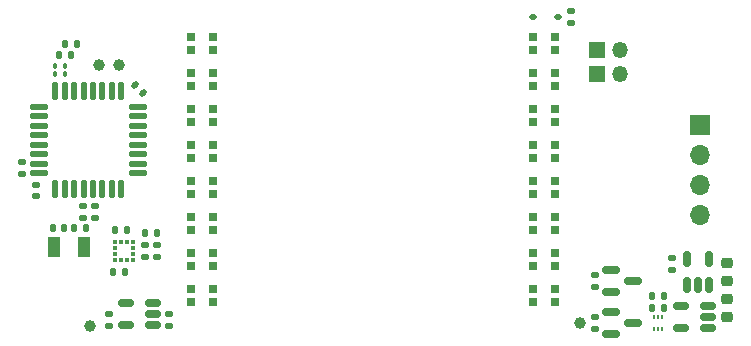
<source format=gbr>
%TF.GenerationSoftware,KiCad,Pcbnew,8.0.6*%
%TF.CreationDate,2025-01-18T09:09:30-05:00*%
%TF.ProjectId,mainboard,6d61696e-626f-4617-9264-2e6b69636164,rev?*%
%TF.SameCoordinates,Original*%
%TF.FileFunction,Soldermask,Top*%
%TF.FilePolarity,Negative*%
%FSLAX46Y46*%
G04 Gerber Fmt 4.6, Leading zero omitted, Abs format (unit mm)*
G04 Created by KiCad (PCBNEW 8.0.6) date 2025-01-18 09:09:30*
%MOMM*%
%LPD*%
G01*
G04 APERTURE LIST*
G04 Aperture macros list*
%AMRoundRect*
0 Rectangle with rounded corners*
0 $1 Rounding radius*
0 $2 $3 $4 $5 $6 $7 $8 $9 X,Y pos of 4 corners*
0 Add a 4 corners polygon primitive as box body*
4,1,4,$2,$3,$4,$5,$6,$7,$8,$9,$2,$3,0*
0 Add four circle primitives for the rounded corners*
1,1,$1+$1,$2,$3*
1,1,$1+$1,$4,$5*
1,1,$1+$1,$6,$7*
1,1,$1+$1,$8,$9*
0 Add four rect primitives between the rounded corners*
20,1,$1+$1,$2,$3,$4,$5,0*
20,1,$1+$1,$4,$5,$6,$7,0*
20,1,$1+$1,$6,$7,$8,$9,0*
20,1,$1+$1,$8,$9,$2,$3,0*%
G04 Aperture macros list end*
%ADD10RoundRect,0.135000X0.135000X0.185000X-0.135000X0.185000X-0.135000X-0.185000X0.135000X-0.185000X0*%
%ADD11RoundRect,0.135000X-0.135000X-0.185000X0.135000X-0.185000X0.135000X0.185000X-0.135000X0.185000X0*%
%ADD12RoundRect,0.150000X0.150000X-0.512500X0.150000X0.512500X-0.150000X0.512500X-0.150000X-0.512500X0*%
%ADD13RoundRect,0.125000X0.125000X-0.625000X0.125000X0.625000X-0.125000X0.625000X-0.125000X-0.625000X0*%
%ADD14RoundRect,0.125000X0.625000X-0.125000X0.625000X0.125000X-0.625000X0.125000X-0.625000X-0.125000X0*%
%ADD15R,1.350000X1.350000*%
%ADD16O,1.350000X1.350000*%
%ADD17RoundRect,0.150000X0.512500X0.150000X-0.512500X0.150000X-0.512500X-0.150000X0.512500X-0.150000X0*%
%ADD18R,0.700000X0.700000*%
%ADD19R,1.700000X1.700000*%
%ADD20O,1.700000X1.700000*%
%ADD21RoundRect,0.140000X-0.170000X0.140000X-0.170000X-0.140000X0.170000X-0.140000X0.170000X0.140000X0*%
%ADD22RoundRect,0.150000X-0.587500X-0.150000X0.587500X-0.150000X0.587500X0.150000X-0.587500X0.150000X0*%
%ADD23RoundRect,0.140000X0.170000X-0.140000X0.170000X0.140000X-0.170000X0.140000X-0.170000X-0.140000X0*%
%ADD24RoundRect,0.225000X-0.250000X0.225000X-0.250000X-0.225000X0.250000X-0.225000X0.250000X0.225000X0*%
%ADD25R,1.000000X1.800000*%
%ADD26R,0.375000X0.350000*%
%ADD27R,0.350000X0.375000*%
%ADD28RoundRect,0.112500X-0.187500X-0.112500X0.187500X-0.112500X0.187500X0.112500X-0.187500X0.112500X0*%
%ADD29C,1.000000*%
%ADD30R,0.170000X0.350000*%
%ADD31RoundRect,0.140000X-0.140000X-0.170000X0.140000X-0.170000X0.140000X0.170000X-0.140000X0.170000X0*%
%ADD32RoundRect,0.135000X0.185000X-0.135000X0.185000X0.135000X-0.185000X0.135000X-0.185000X-0.135000X0*%
%ADD33RoundRect,0.135000X-0.185000X0.135000X-0.185000X-0.135000X0.185000X-0.135000X0.185000X0.135000X0*%
%ADD34RoundRect,0.100000X0.100000X-0.130000X0.100000X0.130000X-0.100000X0.130000X-0.100000X-0.130000X0*%
%ADD35RoundRect,0.140000X0.140000X0.170000X-0.140000X0.170000X-0.140000X-0.170000X0.140000X-0.170000X0*%
%ADD36RoundRect,0.140000X-0.219203X-0.021213X-0.021213X-0.219203X0.219203X0.021213X0.021213X0.219203X0*%
G04 APERTURE END LIST*
D10*
%TO.C,R5*%
X210314000Y-102870000D03*
X209294000Y-102870000D03*
%TD*%
D11*
%TO.C,R13*%
X159027400Y-81457800D03*
X160047400Y-81457800D03*
%TD*%
D12*
%TO.C,U5*%
X212232200Y-100959500D03*
X213182200Y-100959500D03*
X214132200Y-100959500D03*
X214132200Y-98684500D03*
X212232200Y-98684500D03*
%TD*%
D13*
%TO.C,U4*%
X158744000Y-92821000D03*
X159544000Y-92821000D03*
X160344000Y-92821000D03*
X161144000Y-92821000D03*
X161944000Y-92821000D03*
X162744000Y-92821000D03*
X163544000Y-92821000D03*
X164344000Y-92821000D03*
D14*
X165719000Y-91446000D03*
X165719000Y-90646000D03*
X165719000Y-89846000D03*
X165719000Y-89046000D03*
X165719000Y-88246000D03*
X165719000Y-87446000D03*
X165719000Y-86646000D03*
X165719000Y-85846000D03*
D13*
X164344000Y-84471000D03*
X163544000Y-84471000D03*
X162744000Y-84471000D03*
X161944000Y-84471000D03*
X161144000Y-84471000D03*
X160344000Y-84471000D03*
X159544000Y-84471000D03*
X158744000Y-84471000D03*
D14*
X157369000Y-85846000D03*
X157369000Y-86646000D03*
X157369000Y-87446000D03*
X157369000Y-88246000D03*
X157369000Y-89046000D03*
X157369000Y-89846000D03*
X157369000Y-90646000D03*
X157369000Y-91446000D03*
%TD*%
D11*
%TO.C,R6*%
X163828000Y-96266000D03*
X164848000Y-96266000D03*
%TD*%
D15*
%TO.C,J3*%
X204597000Y-81026000D03*
D16*
X206597000Y-81026000D03*
%TD*%
D17*
%TO.C,U1*%
X166999500Y-104328000D03*
X166999500Y-103378000D03*
X166999500Y-102428000D03*
X164724500Y-102428000D03*
X164724500Y-104328000D03*
%TD*%
D11*
%TO.C,R7*%
X163675600Y-99796600D03*
X164695600Y-99796600D03*
%TD*%
D18*
%TO.C,D2*%
X172111000Y-84116000D03*
X172111000Y-83016000D03*
X170281000Y-83016000D03*
X170281000Y-84116000D03*
%TD*%
D19*
%TO.C,J1*%
X213360000Y-87386000D03*
D20*
X213360000Y-89926000D03*
X213360000Y-92466000D03*
X213360000Y-95006000D03*
%TD*%
D21*
%TO.C,C3*%
X166344600Y-97564000D03*
X166344600Y-98524000D03*
%TD*%
%TO.C,C4*%
X167360600Y-97564000D03*
X167360600Y-98524000D03*
%TD*%
D22*
%TO.C,Q2*%
X205818500Y-99634000D03*
X205818500Y-101534000D03*
X207693500Y-100584000D03*
%TD*%
D23*
%TO.C,C10*%
X161137600Y-95222000D03*
X161137600Y-94262000D03*
%TD*%
D18*
%TO.C,D7*%
X172111000Y-99356000D03*
X172111000Y-98256000D03*
X170281000Y-98256000D03*
X170281000Y-99356000D03*
%TD*%
D24*
%TO.C,C15*%
X215646000Y-102069600D03*
X215646000Y-103619600D03*
%TD*%
D25*
%TO.C,Y1*%
X161168400Y-97739200D03*
X158668400Y-97739200D03*
%TD*%
D10*
%TO.C,R2*%
X167362600Y-96520000D03*
X166342600Y-96520000D03*
%TD*%
D17*
%TO.C,U2*%
X213989500Y-104582000D03*
X213989500Y-103632000D03*
X213989500Y-102682000D03*
X211714500Y-102682000D03*
X211714500Y-104582000D03*
%TD*%
D26*
%TO.C,U3*%
X163804100Y-97294000D03*
X163804100Y-97794000D03*
X163804100Y-98294000D03*
X163804100Y-98794000D03*
D27*
X164316600Y-98806500D03*
X164816600Y-98806500D03*
D26*
X165329100Y-98794000D03*
X165329100Y-98294000D03*
X165329100Y-97794000D03*
X165329100Y-97294000D03*
D27*
X164816600Y-97281500D03*
X164316600Y-97281500D03*
%TD*%
D28*
%TO.C,D33*%
X199195000Y-78232000D03*
X201295000Y-78232000D03*
%TD*%
D18*
%TO.C,D3*%
X172111000Y-87164000D03*
X172111000Y-86064000D03*
X170281000Y-86064000D03*
X170281000Y-87164000D03*
%TD*%
D23*
%TO.C,C8*%
X168402000Y-104366000D03*
X168402000Y-103406000D03*
%TD*%
D29*
%TO.C,3v0*%
X161671000Y-104394000D03*
%TD*%
D30*
%TO.C,IC1*%
X210154000Y-103615000D03*
X209804000Y-103615000D03*
X209454000Y-103615000D03*
X209454000Y-104665000D03*
X209804000Y-104665000D03*
X210154000Y-104665000D03*
%TD*%
D18*
%TO.C,D9*%
X199237000Y-101304000D03*
X199237000Y-102404000D03*
X201067000Y-102404000D03*
X201067000Y-101304000D03*
%TD*%
D15*
%TO.C,J2*%
X204597000Y-83058000D03*
D16*
X206597000Y-83058000D03*
%TD*%
D18*
%TO.C,D16*%
X199237000Y-79968000D03*
X199237000Y-81068000D03*
X201067000Y-81068000D03*
X201067000Y-79968000D03*
%TD*%
D31*
%TO.C,C12*%
X158524000Y-96113600D03*
X159484000Y-96113600D03*
%TD*%
D18*
%TO.C,D11*%
X199237000Y-95208000D03*
X199237000Y-96308000D03*
X201067000Y-96308000D03*
X201067000Y-95208000D03*
%TD*%
%TO.C,D14*%
X199237000Y-86064000D03*
X199237000Y-87164000D03*
X201067000Y-87164000D03*
X201067000Y-86064000D03*
%TD*%
D32*
%TO.C,R8*%
X210972400Y-99671600D03*
X210972400Y-98651600D03*
%TD*%
D29*
%TO.C,TP9*%
X203174600Y-104140000D03*
%TD*%
D11*
%TO.C,R14*%
X159535400Y-80492600D03*
X160555400Y-80492600D03*
%TD*%
D29*
%TO.C,TX1*%
X164160200Y-82270600D03*
%TD*%
D33*
%TO.C,R10*%
X202387200Y-77722000D03*
X202387200Y-78742000D03*
%TD*%
D24*
%TO.C,C14*%
X215646000Y-99072400D03*
X215646000Y-100622400D03*
%TD*%
D18*
%TO.C,D1*%
X172111000Y-81068000D03*
X172111000Y-79968000D03*
X170281000Y-79968000D03*
X170281000Y-81068000D03*
%TD*%
D34*
%TO.C,R12*%
X158750000Y-83022400D03*
X158750000Y-82382400D03*
%TD*%
D32*
%TO.C,R4*%
X155905200Y-91543600D03*
X155905200Y-90523600D03*
%TD*%
D35*
%TO.C,C13*%
X161312800Y-96113600D03*
X160352800Y-96113600D03*
%TD*%
D18*
%TO.C,D4*%
X172111000Y-90212000D03*
X172111000Y-89112000D03*
X170281000Y-89112000D03*
X170281000Y-90212000D03*
%TD*%
%TO.C,D6*%
X172111000Y-96308000D03*
X172111000Y-95208000D03*
X170281000Y-95208000D03*
X170281000Y-96308000D03*
%TD*%
%TO.C,D8*%
X172111000Y-102404000D03*
X172111000Y-101304000D03*
X170281000Y-101304000D03*
X170281000Y-102404000D03*
%TD*%
D23*
%TO.C,C6*%
X157124400Y-93393200D03*
X157124400Y-92433200D03*
%TD*%
D29*
%TO.C,RX1*%
X162483800Y-82270600D03*
%TD*%
D18*
%TO.C,D13*%
X199237000Y-89112000D03*
X199237000Y-90212000D03*
X201067000Y-90212000D03*
X201067000Y-89112000D03*
%TD*%
%TO.C,D5*%
X172111000Y-93260000D03*
X172111000Y-92160000D03*
X170281000Y-92160000D03*
X170281000Y-93260000D03*
%TD*%
%TO.C,D12*%
X199237000Y-92160000D03*
X199237000Y-93260000D03*
X201067000Y-93260000D03*
X201067000Y-92160000D03*
%TD*%
D10*
%TO.C,R11*%
X210314000Y-101854000D03*
X209294000Y-101854000D03*
%TD*%
D32*
%TO.C,R9*%
X204470000Y-101094000D03*
X204470000Y-100074000D03*
%TD*%
%TO.C,R1*%
X204470000Y-104650000D03*
X204470000Y-103630000D03*
%TD*%
D22*
%TO.C,Q1*%
X205818500Y-103190000D03*
X205818500Y-105090000D03*
X207693500Y-104140000D03*
%TD*%
D18*
%TO.C,D15*%
X199237000Y-83016000D03*
X199237000Y-84116000D03*
X201067000Y-84116000D03*
X201067000Y-83016000D03*
%TD*%
D23*
%TO.C,C9*%
X163322000Y-104366000D03*
X163322000Y-103406000D03*
%TD*%
D21*
%TO.C,C7*%
X162102800Y-94262000D03*
X162102800Y-95222000D03*
%TD*%
D34*
%TO.C,R3*%
X159537400Y-83022400D03*
X159537400Y-82382400D03*
%TD*%
D36*
%TO.C,C5*%
X165522589Y-83988589D03*
X166201411Y-84667411D03*
%TD*%
D18*
%TO.C,D10*%
X199237000Y-98256000D03*
X199237000Y-99356000D03*
X201067000Y-99356000D03*
X201067000Y-98256000D03*
%TD*%
M02*

</source>
